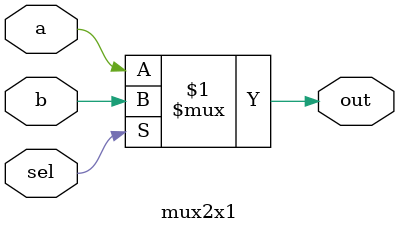
<source format=sv>
module mux2x1(input a,b,sel, output out);
  assign out = sel?b:a;
endmodule

</source>
